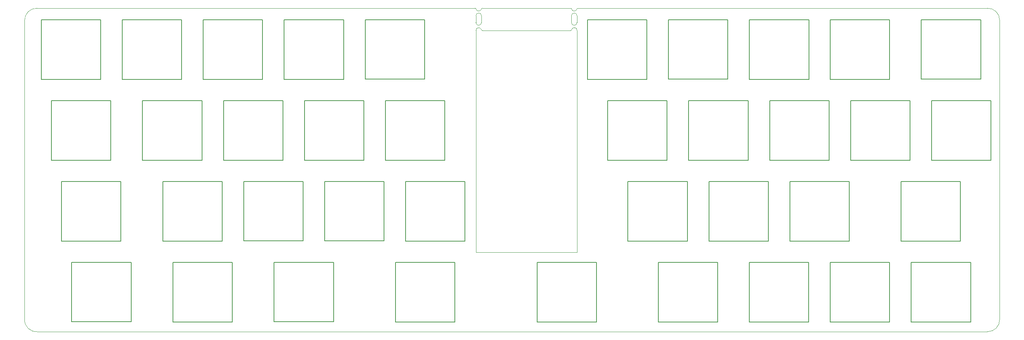
<source format=gbr>
%TF.GenerationSoftware,KiCad,Pcbnew,(6.0.2)*%
%TF.CreationDate,2022-03-07T01:54:04+09:00*%
%TF.ProjectId,presplit_39key_plate2,70726573-706c-4697-945f-33396b65795f,rev?*%
%TF.SameCoordinates,Original*%
%TF.FileFunction,Profile,NP*%
%FSLAX46Y46*%
G04 Gerber Fmt 4.6, Leading zero omitted, Abs format (unit mm)*
G04 Created by KiCad (PCBNEW (6.0.2)) date 2022-03-07 01:54:04*
%MOMM*%
%LPD*%
G01*
G04 APERTURE LIST*
%TA.AperFunction,Profile*%
%ADD10C,0.100000*%
%TD*%
%TA.AperFunction,Profile*%
%ADD11C,0.150000*%
%TD*%
G04 APERTURE END LIST*
D10*
X129700000Y-25425000D02*
X129707949Y-23825000D01*
X25050000Y-98250000D02*
X248850000Y-98250000D01*
X152410964Y-22052424D02*
G75*
G03*
X152154723Y-22289600I-7040J-249402D01*
G01*
X150947576Y-22310964D02*
G75*
G03*
X152154723Y-22289600I599688J230225D01*
G01*
X129662826Y-27043759D02*
G75*
G03*
X128420786Y-27270786I-600230J-227253D01*
G01*
X22125000Y-25000000D02*
X22125000Y-95400000D01*
X150888316Y-25425000D02*
X150896265Y-23825000D01*
X128392051Y-25425000D02*
X128400000Y-23825000D01*
X152225000Y-27300000D02*
X152225000Y-79575000D01*
X128425000Y-79575000D02*
X128420786Y-27270786D01*
X25000000Y-22049999D02*
G75*
G03*
X22125000Y-25000000I-30658J-2846075D01*
G01*
X22125001Y-95400000D02*
G75*
G03*
X25050000Y-98250000I2771045J-82019D01*
G01*
X152196265Y-25425000D02*
X152204214Y-23825000D01*
X251725762Y-24925000D02*
X251725000Y-95342553D01*
X251725762Y-24925000D02*
G75*
G03*
X248818315Y-22050000I-2793422J82682D01*
G01*
X129707948Y-23825000D02*
G75*
G03*
X128400000Y-23825000I-653974J-239D01*
G01*
X150689036Y-27297576D02*
G75*
G03*
X150945277Y-27060400I7040J249402D01*
G01*
X248850000Y-98250000D02*
G75*
G03*
X251725000Y-95342553I82682J2793422D01*
G01*
X129662824Y-27043759D02*
G75*
G03*
X129900000Y-27300000I249402J-7040D01*
G01*
X150888317Y-25425000D02*
G75*
G03*
X152196265Y-25425000I653974J240D01*
G01*
X150947576Y-22310964D02*
G75*
G03*
X150710400Y-22054723I-249402J7040D01*
G01*
X128447576Y-22310964D02*
G75*
G03*
X128210400Y-22054723I-249402J7040D01*
G01*
X129935964Y-22052424D02*
G75*
G03*
X129679723Y-22289600I-7040J-249402D01*
G01*
X25000000Y-22050000D02*
X128210400Y-22054723D01*
X129935964Y-22052425D02*
X150710400Y-22054723D01*
X152410964Y-22052425D02*
X248818315Y-22050000D01*
X128447574Y-22310964D02*
G75*
G03*
X129679723Y-22289600I612185J235010D01*
G01*
X128392052Y-25425000D02*
G75*
G03*
X129700000Y-25425000I653974J238D01*
G01*
X129900000Y-27300000D02*
X150689036Y-27297575D01*
X152204215Y-23825000D02*
G75*
G03*
X150896265Y-23825000I-653975J-240D01*
G01*
X152225001Y-27300000D02*
G75*
G03*
X150945277Y-27060400I-656839J29126D01*
G01*
X152225000Y-79575000D02*
X128425000Y-79575000D01*
D11*
%TO.C,SW3*%
X30810000Y-62890000D02*
X30810000Y-76890000D01*
X44810000Y-62890000D02*
X44810000Y-76890000D01*
X44810000Y-76890000D02*
X30810000Y-76890000D01*
X44810000Y-62890000D02*
X30810000Y-62890000D01*
%TO.C,SW27*%
X197260000Y-76905000D02*
X183260000Y-76905000D01*
X197260000Y-62905000D02*
X197260000Y-76905000D01*
X183260000Y-62905000D02*
X183260000Y-76905000D01*
X197260000Y-62905000D02*
X183260000Y-62905000D01*
%TO.C,SW38*%
X249695000Y-57855000D02*
X235695000Y-57855000D01*
X235695000Y-43855000D02*
X235695000Y-57855000D01*
X249695000Y-43855000D02*
X235695000Y-43855000D01*
X249695000Y-43855000D02*
X249695000Y-57855000D01*
%TO.C,SW25*%
X173735000Y-24765000D02*
X173735000Y-38765000D01*
X187735000Y-38765000D02*
X173735000Y-38765000D01*
X187735000Y-24765000D02*
X173735000Y-24765000D01*
X187735000Y-24765000D02*
X187735000Y-38765000D01*
%TO.C,SW13*%
X97235000Y-24815000D02*
X97235000Y-38815000D01*
X83235000Y-24815000D02*
X83235000Y-38815000D01*
X97235000Y-24815000D02*
X83235000Y-24815000D01*
X97235000Y-38815000D02*
X83235000Y-38815000D01*
%TO.C,SW9*%
X78135000Y-24790000D02*
X64135000Y-24790000D01*
X78135000Y-38790000D02*
X64135000Y-38790000D01*
X78135000Y-24790000D02*
X78135000Y-38790000D01*
X64135000Y-24790000D02*
X64135000Y-38790000D01*
%TO.C,SW14*%
X88010000Y-43840000D02*
X88010000Y-57840000D01*
X102010000Y-57840000D02*
X88010000Y-57840000D01*
X102010000Y-43840000D02*
X102010000Y-57840000D01*
X102010000Y-43840000D02*
X88010000Y-43840000D01*
%TO.C,SW15*%
X92770000Y-62880000D02*
X92770000Y-76880000D01*
X106770000Y-62880000D02*
X106770000Y-76880000D01*
X106770000Y-62880000D02*
X92770000Y-62880000D01*
X106770000Y-76880000D02*
X92770000Y-76880000D01*
%TO.C,SW12*%
X94870000Y-95930000D02*
X80870000Y-95930000D01*
X94870000Y-81930000D02*
X94870000Y-95930000D01*
X80870000Y-81930000D02*
X80870000Y-95930000D01*
X94870000Y-81930000D02*
X80870000Y-81930000D01*
%TO.C,SW26*%
X192485000Y-57865000D02*
X178485000Y-57865000D01*
X192485000Y-43865000D02*
X192485000Y-57865000D01*
X178485000Y-43865000D02*
X178485000Y-57865000D01*
X192485000Y-43865000D02*
X178485000Y-43865000D01*
%TO.C,SW1*%
X40035000Y-24790000D02*
X40035000Y-38790000D01*
X40035000Y-38790000D02*
X26035000Y-38790000D01*
X40035000Y-24790000D02*
X26035000Y-24790000D01*
X26035000Y-24790000D02*
X26035000Y-38790000D01*
%TO.C,SW19*%
X125845000Y-76905000D02*
X111845000Y-76905000D01*
X125845000Y-62905000D02*
X125845000Y-76905000D01*
X125845000Y-62905000D02*
X111845000Y-62905000D01*
X111845000Y-62905000D02*
X111845000Y-76905000D01*
%TO.C,SW31*%
X202335000Y-62890000D02*
X202335000Y-76890000D01*
X216335000Y-62890000D02*
X216335000Y-76890000D01*
X216335000Y-62890000D02*
X202335000Y-62890000D01*
X216335000Y-76890000D02*
X202335000Y-76890000D01*
%TO.C,SW21*%
X168660000Y-24790000D02*
X168660000Y-38790000D01*
X168660000Y-38790000D02*
X154660000Y-38790000D01*
X154660000Y-24790000D02*
X154660000Y-38790000D01*
X168660000Y-24790000D02*
X154660000Y-24790000D01*
%TO.C,SW18*%
X121060000Y-57840000D02*
X107060000Y-57840000D01*
X121060000Y-43840000D02*
X121060000Y-57840000D01*
X107060000Y-43840000D02*
X107060000Y-57840000D01*
X121060000Y-43840000D02*
X107060000Y-43840000D01*
%TO.C,SW11*%
X87710000Y-62865000D02*
X73710000Y-62865000D01*
X87710000Y-62865000D02*
X87710000Y-76865000D01*
X87710000Y-76865000D02*
X73710000Y-76865000D01*
X73710000Y-62865000D02*
X73710000Y-76865000D01*
%TO.C,SW10*%
X82960000Y-57840000D02*
X68960000Y-57840000D01*
X68960000Y-43840000D02*
X68960000Y-57840000D01*
X82960000Y-43840000D02*
X82960000Y-57840000D01*
X82960000Y-43840000D02*
X68960000Y-43840000D01*
%TO.C,SW35*%
X228510000Y-62890000D02*
X228510000Y-76890000D01*
X242510000Y-62890000D02*
X228510000Y-62890000D01*
X242510000Y-62890000D02*
X242510000Y-76890000D01*
X242510000Y-76890000D02*
X228510000Y-76890000D01*
%TO.C,SW2*%
X42445000Y-43855000D02*
X42445000Y-57855000D01*
X42445000Y-57855000D02*
X28445000Y-57855000D01*
X42445000Y-43855000D02*
X28445000Y-43855000D01*
X28445000Y-43855000D02*
X28445000Y-57855000D01*
%TO.C,SW23*%
X164185000Y-62905000D02*
X164185000Y-76905000D01*
X178185000Y-62905000D02*
X178185000Y-76905000D01*
X178185000Y-62905000D02*
X164185000Y-62905000D01*
X178185000Y-76905000D02*
X164185000Y-76905000D01*
%TO.C,SW24*%
X185360000Y-95965000D02*
X171360000Y-95965000D01*
X185360000Y-81965000D02*
X185360000Y-95965000D01*
X185360000Y-81965000D02*
X171360000Y-81965000D01*
X171360000Y-81965000D02*
X171360000Y-95965000D01*
%TO.C,SW37*%
X247260000Y-24765000D02*
X247260000Y-38765000D01*
X233260000Y-24765000D02*
X233260000Y-38765000D01*
X247260000Y-38765000D02*
X233260000Y-38765000D01*
X247260000Y-24765000D02*
X233260000Y-24765000D01*
%TO.C,SW8*%
X71060000Y-81965000D02*
X71060000Y-95965000D01*
X71060000Y-95965000D02*
X57060000Y-95965000D01*
X57060000Y-81965000D02*
X57060000Y-95965000D01*
X71060000Y-81965000D02*
X57060000Y-81965000D01*
%TO.C,SW34*%
X216610000Y-43865000D02*
X216610000Y-57865000D01*
X230610000Y-57865000D02*
X216610000Y-57865000D01*
X230610000Y-43865000D02*
X216610000Y-43865000D01*
X230610000Y-43865000D02*
X230610000Y-57865000D01*
%TO.C,SW16*%
X123435000Y-95965000D02*
X109435000Y-95965000D01*
X109435000Y-81965000D02*
X109435000Y-95965000D01*
X123435000Y-81965000D02*
X109435000Y-81965000D01*
X123435000Y-81965000D02*
X123435000Y-95965000D01*
%TO.C,SW22*%
X173410000Y-43865000D02*
X173410000Y-57865000D01*
X159410000Y-43865000D02*
X159410000Y-57865000D01*
X173410000Y-43865000D02*
X159410000Y-43865000D01*
X173410000Y-57865000D02*
X159410000Y-57865000D01*
%TO.C,SW20*%
X156785000Y-81940000D02*
X142785000Y-81940000D01*
X156785000Y-81940000D02*
X156785000Y-95940000D01*
X142785000Y-81940000D02*
X142785000Y-95940000D01*
X156785000Y-95940000D02*
X142785000Y-95940000D01*
%TO.C,SW7*%
X54670000Y-62905000D02*
X54670000Y-76905000D01*
X68670000Y-62905000D02*
X54670000Y-62905000D01*
X68670000Y-76905000D02*
X54670000Y-76905000D01*
X68670000Y-62905000D02*
X68670000Y-76905000D01*
%TO.C,SW17*%
X116310000Y-38765000D02*
X102310000Y-38765000D01*
X116310000Y-24765000D02*
X116310000Y-38765000D01*
X102310000Y-24765000D02*
X102310000Y-38765000D01*
X116310000Y-24765000D02*
X102310000Y-24765000D01*
%TO.C,SW6*%
X63895000Y-43855000D02*
X49895000Y-43855000D01*
X63895000Y-43855000D02*
X63895000Y-57855000D01*
X63895000Y-57855000D02*
X49895000Y-57855000D01*
X49895000Y-43855000D02*
X49895000Y-57855000D01*
%TO.C,SW30*%
X211560000Y-43865000D02*
X197560000Y-43865000D01*
X211560000Y-57865000D02*
X197560000Y-57865000D01*
X197560000Y-43865000D02*
X197560000Y-57865000D01*
X211560000Y-43865000D02*
X211560000Y-57865000D01*
%TO.C,SW32*%
X225835000Y-95940000D02*
X211835000Y-95940000D01*
X225835000Y-81940000D02*
X225835000Y-95940000D01*
X211835000Y-81940000D02*
X211835000Y-95940000D01*
X225835000Y-81940000D02*
X211835000Y-81940000D01*
%TO.C,SW29*%
X192810000Y-24790000D02*
X192810000Y-38790000D01*
X206810000Y-38790000D02*
X192810000Y-38790000D01*
X206810000Y-24790000D02*
X192810000Y-24790000D01*
X206810000Y-24790000D02*
X206810000Y-38790000D01*
%TO.C,SW4*%
X47210000Y-81915000D02*
X33210000Y-81915000D01*
X33210000Y-81915000D02*
X33210000Y-95915000D01*
X47210000Y-81915000D02*
X47210000Y-95915000D01*
X47210000Y-95915000D02*
X33210000Y-95915000D01*
%TO.C,SW5*%
X45110000Y-24815000D02*
X45110000Y-38815000D01*
X59110000Y-38815000D02*
X45110000Y-38815000D01*
X59110000Y-24815000D02*
X59110000Y-38815000D01*
X59110000Y-24815000D02*
X45110000Y-24815000D01*
%TO.C,SW28*%
X206785000Y-81940000D02*
X192785000Y-81940000D01*
X206785000Y-81940000D02*
X206785000Y-95940000D01*
X192785000Y-81940000D02*
X192785000Y-95940000D01*
X206785000Y-95940000D02*
X192785000Y-95940000D01*
%TO.C,SW33*%
X225835000Y-38790000D02*
X211835000Y-38790000D01*
X225835000Y-24790000D02*
X225835000Y-38790000D01*
X211835000Y-24790000D02*
X211835000Y-38790000D01*
X225835000Y-24790000D02*
X211835000Y-24790000D01*
%TO.C,SW36*%
X244890000Y-81940000D02*
X244890000Y-95940000D01*
X230890000Y-81940000D02*
X230890000Y-95940000D01*
X244890000Y-95940000D02*
X230890000Y-95940000D01*
X244890000Y-81940000D02*
X230890000Y-81940000D01*
%TD*%
M02*

</source>
